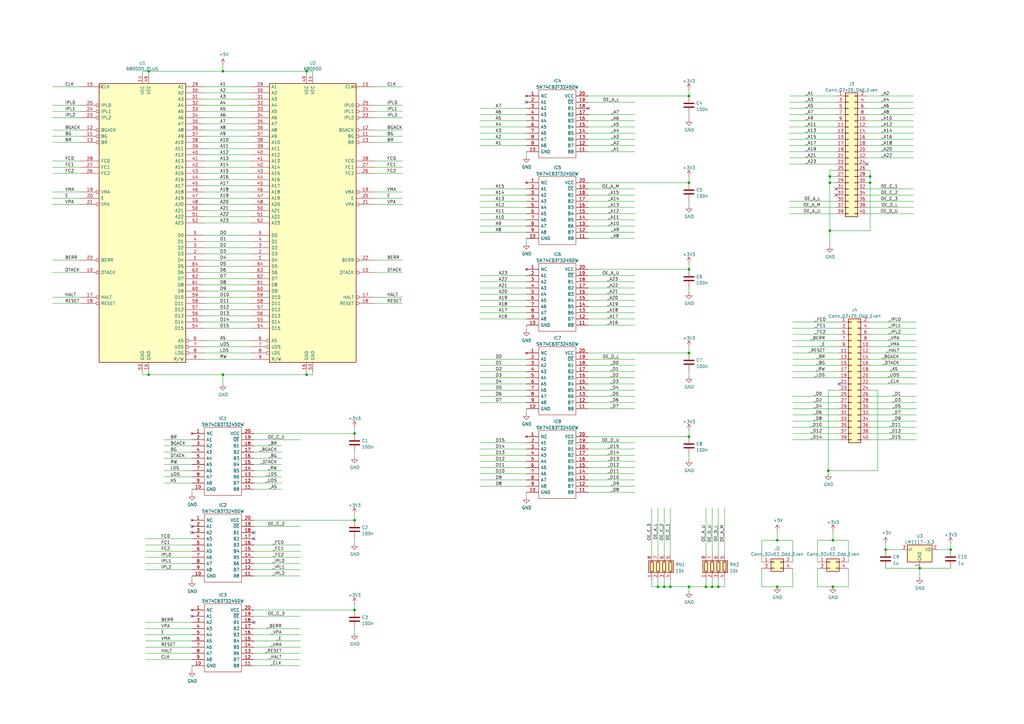
<source format=kicad_sch>
(kicad_sch (version 20211123) (generator eeschema)
  (paper "A3")
  (title_block (title "68K 3V3 breakout") (date "2023-10-26") (rev "1") (company "D Henderson"))
  (junction (at 91.44 29.21))
  (junction (at 340.36 74.93))
  (junction (at 294.64 240.665))
  (junction (at 318.77 221.615))
  (junction (at 282.575 39.37))
  (junction (at 377.19 233.045))
  (junction (at 282.575 240.665))
  (junction (at 125.73 29.21))
  (junction (at 60.96 153.67))
  (junction (at 289.56 240.665))
  (junction (at 389.89 225.425))
  (junction (at 145.415 177.8))
  (junction (at 341.63 221.615))
  (junction (at 340.36 72.39))
  (junction (at 274.955 240.665))
  (junction (at 282.575 74.93))
  (junction (at 282.575 144.78))
  (junction (at 91.44 153.67))
  (junction (at 339.725 193.04))
  (junction (at 341.63 240.665))
  (junction (at 356.87 72.39))
  (junction (at 272.415 240.665))
  (junction (at 145.415 213.36))
  (junction (at 292.1 240.665))
  (junction (at 340.36 94.615))
  (junction (at 145.415 250.19))
  (junction (at 282.575 179.07))
  (junction (at 269.875 240.665))
  (junction (at 60.96 29.21))
  (junction (at 282.575 110.49))
  (junction (at 125.73 153.67))
  (junction (at 363.22 225.425))
  (junction (at 356.87 74.93))
  (junction (at 318.77 240.665))
  (no_connect (at 78.74 215.9))
  (no_connect (at 104.14 255.27))
  (no_connect (at 78.74 252.73))
  (no_connect (at 104.14 218.44))
  (no_connect (at 342.9 80.01))
  (no_connect (at 355.6 67.31))
  (no_connect (at 342.9 77.47))
  (no_connect (at 78.74 218.44))
  (no_connect (at 104.14 220.98))
  (no_connect (at 215.9 41.91))
  (no_connect (at 241.3 44.45))
  (no_connect (at 344.17 157.48))
  (wire (pts (xy 282.575 240.665) (xy 282.575 242.57)))
  (wire (pts (xy 323.85 62.23) (xy 342.9 62.23)))
  (wire (pts (xy 260.35 59.69) (xy 241.3 59.69)))
  (wire (pts (xy 102.87 58.42) (xy 83.82 58.42)))
  (wire (pts (xy 260.35 54.61) (xy 241.3 54.61)))
  (wire (pts (xy 83.82 73.66) (xy 102.87 73.66)))
  (wire (pts (xy 165.1 81.28) (xy 153.67 81.28)))
  (wire (pts (xy 282.575 72.39) (xy 282.575 74.93)))
  (wire (pts (xy 241.3 46.99) (xy 260.35 46.99)))
  (wire (pts (xy 389.89 222.885) (xy 389.89 225.425)))
  (wire (pts (xy 83.82 127) (xy 102.87 127)))
  (wire (pts (xy 384.81 225.425) (xy 389.89 225.425)))
  (wire (pts (xy 215.9 196.85) (xy 196.85 196.85)))
  (wire (pts (xy 215.9 157.48) (xy 196.85 157.48)))
  (wire (pts (xy 374.65 39.37) (xy 355.6 39.37)))
  (wire (pts (xy 33.02 43.18) (xy 21.59 43.18)))
  (wire (pts (xy 215.9 44.45) (xy 196.85 44.45)))
  (wire (pts (xy 325.12 167.64) (xy 344.17 167.64)))
  (wire (pts (xy 339.725 160.02) (xy 344.17 160.02)))
  (wire (pts (xy 145.415 220.98) (xy 145.415 222.885)))
  (wire (pts (xy 165.1 83.82) (xy 153.67 83.82)))
  (wire (pts (xy 196.85 52.07) (xy 215.9 52.07)))
  (wire (pts (xy 355.6 62.23) (xy 374.65 62.23)))
  (wire (pts (xy 196.85 115.57) (xy 215.9 115.57)))
  (wire (pts (xy 260.35 49.53) (xy 241.3 49.53)))
  (wire (pts (xy 355.6 85.09) (xy 374.65 85.09)))
  (wire (pts (xy 102.87 144.78) (xy 83.82 144.78)))
  (wire (pts (xy 241.3 80.01) (xy 260.35 80.01)))
  (wire (pts (xy 260.35 130.81) (xy 241.3 130.81)))
  (wire (pts (xy 339.725 193.04) (xy 360.045 193.04)))
  (wire (pts (xy 33.02 106.68) (xy 21.59 106.68)))
  (wire (pts (xy 360.045 160.02) (xy 360.045 193.04)))
  (wire (pts (xy 241.3 123.19) (xy 260.35 123.19)))
  (wire (pts (xy 340.36 94.615) (xy 340.36 100.965)))
  (wire (pts (xy 375.92 149.86) (xy 356.87 149.86)))
  (wire (pts (xy 83.82 86.36) (xy 102.87 86.36)))
  (wire (pts (xy 115.57 193.04) (xy 104.14 193.04)))
  (wire (pts (xy 312.42 233.045) (xy 312.42 240.665)))
  (wire (pts (xy 375.92 167.64) (xy 356.87 167.64)))
  (wire (pts (xy 325.12 162.56) (xy 344.17 162.56)))
  (wire (pts (xy 125.73 29.21) (xy 125.73 30.48)))
  (wire (pts (xy 102.87 76.2) (xy 83.82 76.2)))
  (wire (pts (xy 325.12 172.72) (xy 344.17 172.72)))
  (wire (pts (xy 115.57 190.5) (xy 104.14 190.5)))
  (wire (pts (xy 196.85 160.02) (xy 215.9 160.02)))
  (wire (pts (xy 215.9 87.63) (xy 196.85 87.63)))
  (wire (pts (xy 102.87 35.56) (xy 83.82 35.56)))
  (wire (pts (xy 355.6 57.15) (xy 374.65 57.15)))
  (wire (pts (xy 165.1 106.68) (xy 153.67 106.68)))
  (wire (pts (xy 356.87 144.78) (xy 375.92 144.78)))
  (wire (pts (xy 78.74 226.06) (xy 59.69 226.06)))
  (wire (pts (xy 145.415 185.42) (xy 145.415 187.325)))
  (wire (pts (xy 274.955 240.665) (xy 282.575 240.665)))
  (wire (pts (xy 356.87 134.62) (xy 375.92 134.62)))
  (wire (pts (xy 272.415 227.33) (xy 272.415 208.28)))
  (wire (pts (xy 274.955 237.49) (xy 274.955 240.665)))
  (wire (pts (xy 260.35 167.64) (xy 241.3 167.64)))
  (wire (pts (xy 323.85 46.99) (xy 342.9 46.99)))
  (wire (pts (xy 356.87 69.85) (xy 356.87 72.39)))
  (wire (pts (xy 267.335 237.49) (xy 267.335 240.665)))
  (wire (pts (xy 59.69 257.81) (xy 78.74 257.81)))
  (wire (pts (xy 123.19 236.22) (xy 104.14 236.22)))
  (wire (pts (xy 323.85 87.63) (xy 342.9 87.63)))
  (wire (pts (xy 325.12 177.8) (xy 344.17 177.8)))
  (wire (pts (xy 260.35 87.63) (xy 241.3 87.63)))
  (wire (pts (xy 33.02 78.74) (xy 21.59 78.74)))
  (wire (pts (xy 33.02 124.46) (xy 21.59 124.46)))
  (wire (pts (xy 83.82 43.18) (xy 102.87 43.18)))
  (wire (pts (xy 356.87 162.56) (xy 375.92 162.56)))
  (wire (pts (xy 325.12 221.615) (xy 318.77 221.615)))
  (wire (pts (xy 125.73 153.67) (xy 128.27 153.67)))
  (wire (pts (xy 241.3 133.35) (xy 260.35 133.35)))
  (wire (pts (xy 355.6 82.55) (xy 374.65 82.55)))
  (wire (pts (xy 241.3 52.07) (xy 260.35 52.07)))
  (wire (pts (xy 83.82 121.92) (xy 102.87 121.92)))
  (wire (pts (xy 325.12 154.94) (xy 344.17 154.94)))
  (wire (pts (xy 355.6 69.85) (xy 356.87 69.85)))
  (wire (pts (xy 356.87 147.32) (xy 375.92 147.32)))
  (wire (pts (xy 102.87 88.9) (xy 83.82 88.9)))
  (wire (pts (xy 196.85 165.1) (xy 215.9 165.1)))
  (wire (pts (xy 241.3 57.15) (xy 260.35 57.15)))
  (wire (pts (xy 347.98 221.615) (xy 341.63 221.615)))
  (wire (pts (xy 33.02 58.42) (xy 21.59 58.42)))
  (wire (pts (xy 356.87 177.8) (xy 375.92 177.8)))
  (wire (pts (xy 377.19 233.045) (xy 389.89 233.045)))
  (wire (pts (xy 33.02 55.88) (xy 21.59 55.88)))
  (wire (pts (xy 59.69 233.68) (xy 78.74 233.68)))
  (wire (pts (xy 374.65 64.77) (xy 355.6 64.77)))
  (wire (pts (xy 215.9 118.11) (xy 196.85 118.11)))
  (wire (pts (xy 102.87 129.54) (xy 83.82 129.54)))
  (wire (pts (xy 356.87 94.615) (xy 340.36 94.615)))
  (wire (pts (xy 241.3 154.94) (xy 260.35 154.94)))
  (wire (pts (xy 60.96 152.4) (xy 60.96 153.67)))
  (wire (pts (xy 374.65 59.69) (xy 355.6 59.69)))
  (wire (pts (xy 196.85 152.4) (xy 215.9 152.4)))
  (wire (pts (xy 323.85 82.55) (xy 342.9 82.55)))
  (wire (pts (xy 59.69 267.97) (xy 78.74 267.97)))
  (wire (pts (xy 355.6 46.99) (xy 374.65 46.99)))
  (wire (pts (xy 165.1 48.26) (xy 153.67 48.26)))
  (wire (pts (xy 294.64 227.33) (xy 294.64 208.28)))
  (wire (pts (xy 123.19 226.06) (xy 104.14 226.06)))
  (wire (pts (xy 260.35 115.57) (xy 241.3 115.57)))
  (wire (pts (xy 260.35 125.73) (xy 241.3 125.73)))
  (wire (pts (xy 115.57 198.12) (xy 104.14 198.12)))
  (wire (pts (xy 241.3 144.78) (xy 282.575 144.78)))
  (wire (pts (xy 67.31 190.5) (xy 78.74 190.5)))
  (wire (pts (xy 241.3 149.86) (xy 260.35 149.86)))
  (wire (pts (xy 104.14 252.73) (xy 123.19 252.73)))
  (wire (pts (xy 241.3 189.23) (xy 260.35 189.23)))
  (wire (pts (xy 102.87 99.06) (xy 83.82 99.06)))
  (wire (pts (xy 340.36 72.39) (xy 340.36 74.93)))
  (wire (pts (xy 355.6 72.39) (xy 356.87 72.39)))
  (wire (pts (xy 241.3 199.39) (xy 260.35 199.39)))
  (wire (pts (xy 125.73 153.67) (xy 125.73 152.4)))
  (wire (pts (xy 312.42 230.505) (xy 312.42 221.615)))
  (wire (pts (xy 215.9 123.19) (xy 196.85 123.19)))
  (wire (pts (xy 102.87 63.5) (xy 83.82 63.5)))
  (wire (pts (xy 83.82 66.04) (xy 102.87 66.04)))
  (wire (pts (xy 241.3 184.15) (xy 260.35 184.15)))
  (wire (pts (xy 196.85 186.69) (xy 215.9 186.69)))
  (wire (pts (xy 165.1 55.88) (xy 153.67 55.88)))
  (wire (pts (xy 215.9 54.61) (xy 196.85 54.61)))
  (wire (pts (xy 215.9 201.93) (xy 215.9 203.835)))
  (wire (pts (xy 215.9 149.86) (xy 196.85 149.86)))
  (wire (pts (xy 374.65 49.53) (xy 355.6 49.53)))
  (wire (pts (xy 325.12 149.86) (xy 344.17 149.86)))
  (wire (pts (xy 33.02 71.12) (xy 21.59 71.12)))
  (wire (pts (xy 292.1 237.49) (xy 292.1 240.665)))
  (wire (pts (xy 282.575 142.24) (xy 282.575 144.78)))
  (wire (pts (xy 165.1 111.76) (xy 153.67 111.76)))
  (wire (pts (xy 59.69 220.98) (xy 78.74 220.98)))
  (wire (pts (xy 83.82 96.52) (xy 102.87 96.52)))
  (wire (pts (xy 274.955 227.33) (xy 274.955 208.28)))
  (wire (pts (xy 375.92 142.24) (xy 356.87 142.24)))
  (wire (pts (xy 267.335 240.665) (xy 269.875 240.665)))
  (wire (pts (xy 325.12 170.18) (xy 344.17 170.18)))
  (wire (pts (xy 123.19 260.35) (xy 104.14 260.35)))
  (wire (pts (xy 104.14 257.81) (xy 123.19 257.81)))
  (wire (pts (xy 289.56 240.665) (xy 292.1 240.665)))
  (wire (pts (xy 377.19 233.045) (xy 377.19 236.855)))
  (wire (pts (xy 355.6 52.07) (xy 374.65 52.07)))
  (wire (pts (xy 312.42 240.665) (xy 318.77 240.665)))
  (wire (pts (xy 83.82 60.96) (xy 102.87 60.96)))
  (wire (pts (xy 102.87 116.84) (xy 83.82 116.84)))
  (wire (pts (xy 363.22 222.885) (xy 363.22 225.425)))
  (wire (pts (xy 59.69 262.89) (xy 78.74 262.89)))
  (wire (pts (xy 196.85 59.69) (xy 215.9 59.69)))
  (wire (pts (xy 215.9 49.53) (xy 196.85 49.53)))
  (wire (pts (xy 241.3 118.11) (xy 260.35 118.11)))
  (wire (pts (xy 165.1 66.04) (xy 153.67 66.04)))
  (wire (pts (xy 83.82 114.3) (xy 102.87 114.3)))
  (wire (pts (xy 59.69 255.27) (xy 78.74 255.27)))
  (wire (pts (xy 282.575 82.55) (xy 282.575 84.455)))
  (wire (pts (xy 282.575 107.95) (xy 282.575 110.49)))
  (wire (pts (xy 104.14 228.6) (xy 123.19 228.6)))
  (wire (pts (xy 215.9 167.64) (xy 215.9 169.545)))
  (wire (pts (xy 260.35 201.93) (xy 241.3 201.93)))
  (wire (pts (xy 83.82 91.44) (xy 102.87 91.44)))
  (wire (pts (xy 60.96 153.67) (xy 91.44 153.67)))
  (wire (pts (xy 102.87 119.38) (xy 83.82 119.38)))
  (wire (pts (xy 289.56 227.33) (xy 289.56 208.28)))
  (wire (pts (xy 282.575 176.53) (xy 282.575 179.07)))
  (wire (pts (xy 215.9 82.55) (xy 196.85 82.55)))
  (wire (pts (xy 165.1 71.12) (xy 153.67 71.12)))
  (wire (pts (xy 241.3 194.31) (xy 260.35 194.31)))
  (wire (pts (xy 78.74 231.14) (xy 59.69 231.14)))
  (wire (pts (xy 104.14 270.51) (xy 123.19 270.51)))
  (wire (pts (xy 267.335 227.33) (xy 267.335 208.28)))
  (wire (pts (xy 260.35 82.55) (xy 241.3 82.55)))
  (wire (pts (xy 312.42 221.615) (xy 318.77 221.615)))
  (wire (pts (xy 215.9 181.61) (xy 196.85 181.61)))
  (wire (pts (xy 165.1 78.74) (xy 153.67 78.74)))
  (wire (pts (xy 355.6 80.01) (xy 374.65 80.01)))
  (wire (pts (xy 241.3 62.23) (xy 260.35 62.23)))
  (wire (pts (xy 344.17 147.32) (xy 325.12 147.32)))
  (wire (pts (xy 325.12 152.4) (xy 344.17 152.4)))
  (wire (pts (xy 59.69 260.35) (xy 78.74 260.35)))
  (wire (pts (xy 215.9 162.56) (xy 196.85 162.56)))
  (wire (pts (xy 196.85 128.27) (xy 215.9 128.27)))
  (wire (pts (xy 123.19 267.97) (xy 104.14 267.97)))
  (wire (pts (xy 260.35 92.71) (xy 241.3 92.71)))
  (wire (pts (xy 104.14 262.89) (xy 123.19 262.89)))
  (wire (pts (xy 33.02 66.04) (xy 21.59 66.04)))
  (wire (pts (xy 260.35 97.79) (xy 241.3 97.79)))
  (wire (pts (xy 282.575 46.99) (xy 282.575 48.895)))
  (wire (pts (xy 59.69 270.51) (xy 78.74 270.51)))
  (wire (pts (xy 67.31 185.42) (xy 78.74 185.42)))
  (wire (pts (xy 340.36 72.39) (xy 342.9 72.39)))
  (wire (pts (xy 165.1 58.42) (xy 153.67 58.42)))
  (wire (pts (xy 215.9 154.94) (xy 196.85 154.94)))
  (wire (pts (xy 335.28 240.665) (xy 341.63 240.665)))
  (wire (pts (xy 165.1 43.18) (xy 153.67 43.18)))
  (wire (pts (xy 59.69 265.43) (xy 78.74 265.43)))
  (wire (pts (xy 241.3 110.49) (xy 282.575 110.49)))
  (wire (pts (xy 325.12 240.665) (xy 318.77 240.665)))
  (wire (pts (xy 272.415 240.665) (xy 274.955 240.665)))
  (wire (pts (xy 323.85 41.91) (xy 342.9 41.91)))
  (wire (pts (xy 363.22 233.045) (xy 377.19 233.045)))
  (wire (pts (xy 83.82 78.74) (xy 102.87 78.74)))
  (wire (pts (xy 356.87 172.72) (xy 375.92 172.72)))
  (wire (pts (xy 356.87 154.94) (xy 375.92 154.94)))
  (wire (pts (xy 344.17 142.24) (xy 325.12 142.24)))
  (wire (pts (xy 115.57 185.42) (xy 104.14 185.42)))
  (wire (pts (xy 83.82 109.22) (xy 102.87 109.22)))
  (wire (pts (xy 115.57 200.66) (xy 104.14 200.66)))
  (wire (pts (xy 67.31 187.96) (xy 78.74 187.96)))
  (wire (pts (xy 215.9 189.23) (xy 196.85 189.23)))
  (wire (pts (xy 325.12 137.16) (xy 344.17 137.16)))
  (wire (pts (xy 347.98 240.665) (xy 341.63 240.665)))
  (wire (pts (xy 292.1 227.33) (xy 292.1 208.28)))
  (wire (pts (xy 342.9 49.53) (xy 323.85 49.53)))
  (wire (pts (xy 342.9 59.69) (xy 323.85 59.69)))
  (wire (pts (xy 165.1 35.56) (xy 153.67 35.56)))
  (wire (pts (xy 78.74 198.12) (xy 67.31 198.12)))
  (wire (pts (xy 67.31 195.58) (xy 78.74 195.58)))
  (wire (pts (xy 145.415 210.82) (xy 145.415 213.36)))
  (wire (pts (xy 260.35 191.77) (xy 241.3 191.77)))
  (wire (pts (xy 323.85 85.09) (xy 342.9 85.09)))
  (wire (pts (xy 215.9 62.23) (xy 215.9 64.135)))
  (wire (pts (xy 102.87 48.26) (xy 83.82 48.26)))
  (wire (pts (xy 83.82 55.88) (xy 102.87 55.88)))
  (wire (pts (xy 83.82 101.6) (xy 102.87 101.6)))
  (wire (pts (xy 165.1 68.58) (xy 153.67 68.58)))
  (wire (pts (xy 269.875 237.49) (xy 269.875 240.665)))
  (wire (pts (xy 33.02 45.72) (xy 21.59 45.72)))
  (wire (pts (xy 104.14 223.52) (xy 123.19 223.52)))
  (wire (pts (xy 325.12 165.1) (xy 344.17 165.1)))
  (wire (pts (xy 102.87 147.32) (xy 83.82 147.32)))
  (wire (pts (xy 58.42 153.67) (xy 60.96 153.67)))
  (wire (pts (xy 325.12 233.045) (xy 325.12 240.665)))
  (wire (pts (xy 91.44 153.67) (xy 125.73 153.67)))
  (wire (pts (xy 347.98 233.045) (xy 347.98 240.665)))
  (wire (pts (xy 104.14 213.36) (xy 145.415 213.36)))
  (wire (pts (xy 196.85 85.09) (xy 215.9 85.09)))
  (wire (pts (xy 325.12 144.78) (xy 344.17 144.78)))
  (wire (pts (xy 115.57 182.88) (xy 104.14 182.88)))
  (wire (pts (xy 342.9 69.85) (xy 340.36 69.85)))
  (wire (pts (xy 104.14 215.9) (xy 123.19 215.9)))
  (wire (pts (xy 344.17 139.7) (xy 325.12 139.7)))
  (wire (pts (xy 294.64 237.49) (xy 294.64 240.665)))
  (wire (pts (xy 269.875 240.665) (xy 272.415 240.665)))
  (wire (pts (xy 83.82 50.8) (xy 102.87 50.8)))
  (wire (pts (xy 33.02 35.56) (xy 21.59 35.56)))
  (wire (pts (xy 241.3 181.61) (xy 260.35 181.61)))
  (wire (pts (xy 102.87 71.12) (xy 83.82 71.12)))
  (wire (pts (xy 145.415 247.65) (xy 145.415 250.19)))
  (wire (pts (xy 33.02 111.76) (xy 21.59 111.76)))
  (wire (pts (xy 83.82 142.24) (xy 102.87 142.24)))
  (wire (pts (xy 323.85 67.31) (xy 342.9 67.31)))
  (wire (pts (xy 165.1 45.72) (xy 153.67 45.72)))
  (wire (pts (xy 347.98 230.505) (xy 347.98 221.615)))
  (wire (pts (xy 196.85 95.25) (xy 215.9 95.25)))
  (wire (pts (xy 102.87 124.46) (xy 83.82 124.46)))
  (wire (pts (xy 297.18 240.665) (xy 297.18 237.49)))
  (wire (pts (xy 78.74 228.6) (xy 59.69 228.6)))
  (wire (pts (xy 260.35 186.69) (xy 241.3 186.69)))
  (wire (pts (xy 102.87 53.34) (xy 83.82 53.34)))
  (wire (pts (xy 33.02 81.28) (xy 21.59 81.28)))
  (wire (pts (xy 356.87 170.18) (xy 375.92 170.18)))
  (wire (pts (xy 342.9 54.61) (xy 323.85 54.61)))
  (wire (pts (xy 241.3 165.1) (xy 260.35 165.1)))
  (wire (pts (xy 165.1 124.46) (xy 153.67 124.46)))
  (wire (pts (xy 282.575 152.4) (xy 282.575 154.305)))
  (wire (pts (xy 272.415 237.49) (xy 272.415 240.665)))
  (wire (pts (xy 196.85 147.32) (xy 215.9 147.32)))
  (wire (pts (xy 102.87 106.68) (xy 83.82 106.68)))
  (wire (pts (xy 33.02 68.58) (xy 21.59 68.58)))
  (wire (pts (xy 282.575 36.83) (xy 282.575 39.37)))
  (wire (pts (xy 102.87 104.14) (xy 83.82 104.14)))
  (wire (pts (xy 102.87 111.76) (xy 83.82 111.76)))
  (wire (pts (xy 33.02 53.34) (xy 21.59 53.34)))
  (wire (pts (xy 33.02 83.82) (xy 21.59 83.82)))
  (wire (pts (xy 59.69 223.52) (xy 78.74 223.52)))
  (wire (pts (xy 241.3 77.47) (xy 260.35 77.47)))
  (wire (pts (xy 260.35 157.48) (xy 241.3 157.48)))
  (wire (pts (xy 318.77 221.615) (xy 318.77 217.805)))
  (wire (pts (xy 335.28 233.045) (xy 335.28 240.665)))
  (wire (pts (xy 67.31 182.88) (xy 78.74 182.88)))
  (wire (pts (xy 102.87 139.7) (xy 83.82 139.7)))
  (wire (pts (xy 241.3 41.91) (xy 260.35 41.91)))
  (wire (pts (xy 344.17 134.62) (xy 325.12 134.62)))
  (wire (pts (xy 102.87 68.58) (xy 83.82 68.58)))
  (wire (pts (xy 369.57 225.425) (xy 363.22 225.425)))
  (wire (pts (xy 341.63 221.615) (xy 341.63 217.805)))
  (wire (pts (xy 102.87 132.08) (xy 83.82 132.08)))
  (wire (pts (xy 67.31 193.04) (xy 78.74 193.04)))
  (wire (pts (xy 115.57 195.58) (xy 104.14 195.58)))
  (wire (pts (xy 33.02 121.92) (xy 21.59 121.92)))
  (wire (pts (xy 292.1 240.665) (xy 294.64 240.665)))
  (wire (pts (xy 196.85 120.65) (xy 215.9 120.65)))
  (wire (pts (xy 196.85 199.39) (xy 215.9 199.39)))
  (wire (pts (xy 340.36 74.93) (xy 342.9 74.93)))
  (wire (pts (xy 355.6 41.91) (xy 374.65 41.91)))
  (wire (pts (xy 60.96 29.21) (xy 60.96 30.48)))
  (wire (pts (xy 260.35 196.85) (xy 241.3 196.85)))
  (wire (pts (xy 294.64 240.665) (xy 297.18 240.665)))
  (wire (pts (xy 241.3 179.07) (xy 282.575 179.07)))
  (wire (pts (xy 325.12 180.34) (xy 344.17 180.34)))
  (wire (pts (xy 145.415 175.26) (xy 145.415 177.8)))
  (wire (pts (xy 375.92 157.48) (xy 356.87 157.48)))
  (wire (pts (xy 215.9 194.31) (xy 196.85 194.31)))
  (wire (pts (xy 215.9 133.35) (xy 215.9 135.255)))
  (wire (pts (xy 215.9 57.15) (xy 196.85 57.15)))
  (wire (pts (xy 102.87 81.28) (xy 83.82 81.28)))
  (wire (pts (xy 196.85 92.71) (xy 215.9 92.71)))
  (wire (pts (xy 125.73 29.21) (xy 128.27 29.21)))
  (wire (pts (xy 215.9 90.17) (xy 196.85 90.17)))
  (wire (pts (xy 355.6 87.63) (xy 374.65 87.63)))
  (wire (pts (xy 260.35 120.65) (xy 241.3 120.65)))
  (wire (pts (xy 340.36 74.93) (xy 340.36 94.615)))
  (wire (pts (xy 335.28 230.505) (xy 335.28 221.615)))
  (wire (pts (xy 241.3 113.03) (xy 260.35 113.03)))
  (wire (pts (xy 356.87 132.08) (xy 375.92 132.08)))
  (wire (pts (xy 104.14 273.05) (xy 123.19 273.05)))
  (wire (pts (xy 241.3 160.02) (xy 260.35 160.02)))
  (wire (pts (xy 356.87 139.7) (xy 375.92 139.7)))
  (wire (pts (xy 83.82 134.62) (xy 102.87 134.62)))
  (wire (pts (xy 78.74 200.66) (xy 78.74 202.565)))
  (wire (pts (xy 58.42 29.21) (xy 58.42 30.48)))
  (wire (pts (xy 269.875 227.33) (xy 269.875 208.28)))
  (wire (pts (xy 196.85 46.99) (xy 215.9 46.99)))
  (wire (pts (xy 356.87 72.39) (xy 356.87 74.93)))
  (wire (pts (xy 297.18 227.33) (xy 297.18 208.28)))
  (wire (pts (xy 78.74 273.05) (xy 78.74 274.955)))
  (wire (pts (xy 58.42 29.21) (xy 60.96 29.21)))
  (wire (pts (xy 33.02 48.26) (xy 21.59 48.26)))
  (wire (pts (xy 375.92 175.26) (xy 356.87 175.26)))
  (wire (pts (xy 91.44 153.67) (xy 91.44 157.48)))
  (wire (pts (xy 342.9 44.45) (xy 323.85 44.45)))
  (wire (pts (xy 241.3 39.37) (xy 282.575 39.37)))
  (wire (pts (xy 323.85 57.15) (xy 342.9 57.15)))
  (wire (pts (xy 325.12 132.08) (xy 344.17 132.08)))
  (wire (pts (xy 128.27 153.67) (xy 128.27 152.4)))
  (wire (pts (xy 215.9 125.73) (xy 196.85 125.73)))
  (wire (pts (xy 104.14 177.8) (xy 145.415 177.8)))
  (wire (pts (xy 104.14 233.68) (xy 123.19 233.68)))
  (wire (pts (xy 355.6 77.47) (xy 374.65 77.47)))
  (wire (pts (xy 165.1 53.34) (xy 153.67 53.34)))
  (wire (pts (xy 323.85 52.07) (xy 342.9 52.07)))
  (wire (pts (xy 241.3 95.25) (xy 260.35 95.25)))
  (wire (pts (xy 375.92 137.16) (xy 356.87 137.16)))
  (wire (pts (xy 325.12 230.505) (xy 325.12 221.615)))
  (wire (pts (xy 342.9 64.77) (xy 323.85 64.77)))
  (wire (pts (xy 282.575 240.665) (xy 289.56 240.665)))
  (wire (pts (xy 241.3 85.09) (xy 260.35 85.09)))
  (wire (pts (xy 260.35 152.4) (xy 241.3 152.4)))
  (wire (pts (xy 374.65 54.61) (xy 355.6 54.61)))
  (wire (pts (xy 215.9 77.47) (xy 196.85 77.47)))
  (wire (pts (xy 58.42 153.67) (xy 58.42 152.4)))
  (wire (pts (xy 356.87 160.02) (xy 360.045 160.02)))
  (wire (pts (xy 104.14 231.14) (xy 123.19 231.14)))
  (wire (pts (xy 215.9 97.79) (xy 215.9 99.695)))
  (wire (pts (xy 344.17 175.26) (xy 325.12 175.26)))
  (wire (pts (xy 282.575 186.69) (xy 282.575 188.595)))
  (wire (pts (xy 104.14 250.19) (xy 145.415 250.19)))
  (wire (pts (xy 356.87 74.93) (xy 356.87 94.615)))
  (wire (pts (xy 196.85 191.77) (xy 215.9 191.77)))
  (wire (pts (xy 356.87 180.34) (xy 375.92 180.34)))
  (wire (pts (xy 355.6 74.93) (xy 356.87 74.93)))
  (wire (pts (xy 102.87 40.64) (xy 83.82 40.64)))
  (wire (pts (xy 104.14 265.43) (xy 123.19 265.43)))
  (wire (pts (xy 78.74 236.22) (xy 78.74 238.125)))
  (wire (pts (xy 128.27 29.21) (xy 128.27 30.48)))
  (wire (pts (xy 165.1 121.92) (xy 153.67 121.92)))
  (wire (pts (xy 241.3 128.27) (xy 260.35 128.27)))
  (wire (pts (xy 196.85 130.81) (xy 215.9 130.81)))
  (wire (pts (xy 342.9 39.37) (xy 323.85 39.37)))
  (wire (pts (xy 145.415 257.81) (xy 145.415 259.715)))
  (wire (pts (xy 91.44 29.21) (xy 91.44 26.67)))
  (wire (pts (xy 241.3 147.32) (xy 260.35 147.32)))
  (wire (pts (xy 115.57 187.96) (xy 104.14 187.96)))
  (wire (pts (xy 289.56 237.49) (xy 289.56 240.665)))
  (wire (pts (xy 102.87 83.82) (xy 83.82 83.82)))
  (wire (pts (xy 67.31 180.34) (xy 78.74 180.34)))
  (wire (pts (xy 374.65 44.45) (xy 355.6 44.45)))
  (wire (pts (xy 282.575 118.11) (xy 282.575 120.015)))
  (wire (pts (xy 196.85 80.01) (xy 215.9 80.01)))
  (wire (pts (xy 356.87 152.4) (xy 375.92 152.4)))
  (wire (pts (xy 241.3 90.17) (xy 260.35 90.17)))
  (wire (pts (xy 215.9 113.03) (xy 196.85 113.03)))
  (wire (pts (xy 241.3 74.93) (xy 282.575 74.93)))
  (wire (pts (xy 83.82 38.1) (xy 102.87 38.1)))
  (wire (pts (xy 104.14 180.34) (xy 123.19 180.34)))
  (wire (pts (xy 60.96 29.21) (xy 91.44 29.21)))
  (wire (pts (xy 335.28 221.615) (xy 341.63 221.615)))
  (wire (pts (xy 260.35 162.56) (xy 241.3 162.56)))
  (wire (pts (xy 102.87 45.72) (xy 83.82 45.72)))
  (wire (pts (xy 339.725 160.02) (xy 339.725 193.04)))
  (wire (pts (xy 91.44 29.21) (xy 125.73 29.21)))
  (wire (pts (xy 215.9 184.15) (xy 196.85 184.15)))
  (wire (pts (xy 356.87 165.1) (xy 375.92 165.1)))
  (wire (pts (xy 340.36 69.85) (xy 340.36 72.39)))
  (wire (pts (xy 339.725 194.31) (xy 339.725 193.04)))
  (label "_A9" (at 254 95.25 180))
  (label "_BGACK" (at 113.665 185.42 180))
  (label "VPA" (at 158.75 83.82 0))
  (label "D3" (at 203.2 154.94 0))
  (label "_VMA" (at 368.935 142.24 180))
  (label "D8" (at 90.17 116.84 0))
  (label "D3" (at 90.17 104.14 0))
  (label "A1" (at 90.17 35.56 0))
  (label "D13" (at 203.2 186.69 0))
  (label "A5" (at 90.17 45.72 0))
  (label "OE_A_L" (at 336.55 82.55 180))
  (label "OE_C_2" (at 272.415 214.63 270))
  (label "VPA" (at 26.67 83.82 0))
  (label "_D2" (at 250.19 154.94 0))
  (label "_A23" (at 248.92 115.57 0))
  (label "_UDS" (at 368.935 154.94 180))
  (label "HALT" (at 66.04 267.97 0))
  (label "UDS" (at 69.85 195.58 0))
  (label "_BG" (at 113.665 187.96 180))
  (label "FC2" (at 66.04 226.06 0))
  (label "_A22" (at 361.315 64.77 0))
  (label "_A22" (at 248.92 118.11 0))
  (label "_E" (at 338.455 142.24 180))
  (label "IPL0" (at 26.67 43.18 0))
  (label "RW" (at 90.17 147.32 0))
  (label "A19" (at 90.17 81.28 0))
  (label "AS" (at 69.85 198.12 0))
  (label "_A16" (at 248.92 133.35 0))
  (label "_VPA" (at 368.935 139.7 180))
  (label "_FC1" (at 111.76 226.06 0))
  (label "_DTACK" (at 113.665 190.5 180))
  (label "D4" (at 90.17 106.68 0))
  (label "AS" (at 90.17 139.7 0))
  (label "_BERR" (at 115.57 257.81 180))
  (label "OE_C_1" (at 368.3 77.47 180))
  (label "_A1" (at 254 62.23 180))
  (label "A14" (at 90.17 68.58 0))
  (label "_AS" (at 113.665 200.66 180))
  (label "OE_A_M" (at 336.55 85.09 180))
  (label "_D14" (at 254 186.69 180))
  (label "_IPL0" (at 116.84 231.14 180))
  (label "FC0" (at 26.67 66.04 0))
  (label "_D5" (at 369.57 167.64 180))
  (label "OE_C_2" (at 368.3 80.01 180))
  (label "FC0" (at 66.04 220.98 0))
  (label "A10" (at 90.17 58.42 0))
  (label "_HALT" (at 115.57 270.51 180))
  (label "_VPA" (at 115.57 260.35 180))
  (label "A13" (at 203.2 82.55 0))
  (label "_LDS" (at 338.455 154.94 180))
  (label "_A17" (at 330.2 59.69 0))
  (label "OE_A_L" (at 269.875 214.63 270))
  (label "BGACK" (at 69.85 182.88 0))
  (label "_A6" (at 361.315 44.45 0))
  (label "_IPL1" (at 369.57 134.62 180))
  (label "_A21" (at 330.2 64.77 0))
  (label "_D7" (at 250.19 167.64 0))
  (label "IPL1" (at 26.67 45.72 0))
  (label "BERR" (at 158.75 106.68 0))
  (label "D4" (at 203.2 157.48 0))
  (label "A22" (at 204.47 115.57 0))
  (label "OE_D_U" (at 292.1 215.265 270))
  (label "_D11" (at 369.57 175.26 180))
  (label "D0" (at 203.2 147.32 0))
  (label "A11" (at 90.17 60.96 0))
  (label "DTACK" (at 158.75 111.76 0))
  (label "A8" (at 203.2 95.25 0))
  (label "_E" (at 115.57 262.89 180))
  (label "A14" (at 203.2 80.01 0))
  (label "D12" (at 90.17 127 0))
  (label "OE_C_1" (at 116.84 180.34 180))
  (label "A15" (at 203.2 77.47 0))
  (label "BR" (at 26.67 58.42 0))
  (label "A22" (at 90.17 88.9 0))
  (label "_D3" (at 369.57 165.1 180))
  (label "_A6" (at 254 49.53 180))
  (label "OE_A_U" (at 254 113.03 180))
  (label "_A19" (at 330.2 62.23 0))
  (label "_BERR" (at 338.455 139.7 180))
  (label "_BGACK" (at 368.935 147.32 180))
  (label "_HALT" (at 368.935 144.78 180))
  (label "D2" (at 203.2 152.4 0))
  (label "A17" (at 90.17 76.2 0))
  (label "IPL2" (at 158.75 48.26 0))
  (label "_A19" (at 248.92 125.73 0))
  (label "DTACK" (at 69.85 187.96 0))
  (label "_A20" (at 248.92 123.19 0))
  (label "D10" (at 203.2 194.31 0))
  (label "OE_C_2" (at 116.84 215.9 180))
  (label "D5" (at 90.17 109.22 0))
  (label "IPL1" (at 66.04 231.14 0))
  (label "LDS" (at 90.17 144.78 0))
  (label "D11" (at 203.2 191.77 0))
  (label "_CLK" (at 115.57 273.05 180))
  (label "FC1" (at 158.75 68.58 0))
  (label "_A2" (at 254 59.69 180))
  (label "_D8" (at 254 201.93 180))
  (label "_A2" (at 361.315 39.37 0))
  (label "_A17" (at 248.92 130.81 0))
  (label "_A13" (at 254 85.09 180))
  (label "D10" (at 90.17 121.92 0))
  (label "BR" (at 69.85 180.34 0))
  (label "IPL2" (at 26.67 48.26 0))
  (label "A4" (at 90.17 43.18 0))
  (label "_AS" (at 368.3 152.4 180))
  (label "BERR" (at 26.67 106.68 0))
  (label "A7" (at 90.17 50.8 0))
  (label "_D9" (at 254 199.39 180))
  (label "_IPL1" (at 116.84 233.68 180))
  (label "_D0" (at 337.185 162.56 180))
  (label "_A15" (at 254 80.01 180))
  (label "_A5" (at 330.2 44.45 0))
  (label "_CLK" (at 368.935 157.48 180))
  (label "OE_D_L" (at 294.64 215.265 270))
  (label "_A3" (at 254 57.15 180))
  (label "_A12" (at 361.315 52.07 0))
  (label "A18" (at 204.47 125.73 0))
  (label "VMA" (at 66.04 262.89 0))
  (label "D0" (at 90.17 96.52 0))
  (label "IPL0" (at 66.04 228.6 0))
  (label "BGACK" (at 158.75 53.34 0))
  (label "_D2" (at 337.185 165.1 180))
  (label "OE_A_M" (at 254 77.47 180))
  (label "_A8" (at 254 97.79 180))
  (label "E" (at 158.75 81.28 0))
  (label "A18" (at 90.17 78.74 0))
  (label "A1" (at 203.2 59.69 0))
  (label "_A11" (at 254 90.17 180))
  (label "_A7" (at 254 46.99 180))
  (label "DTACK" (at 26.67 111.76 0))
  (label "_D13" (at 369.57 177.8 180))
  (label "_IPL2" (at 116.84 236.22 180))
  (label "A7" (at 203.2 44.45 0))
  (label "BG" (at 69.85 185.42 0))
  (label "VPA" (at 66.04 257.81 0))
  (label "D8" (at 203.2 199.39 0))
  (label "D15" (at 90.17 134.62 0))
  (label "_FC2" (at 111.76 228.6 0))
  (label "_A7" (at 330.2 46.99 0))
  (label "_A21" (at 248.92 120.65 0))
  (label "OE_C_1" (at 274.955 214.63 270))
  (label "_FC1" (at 334.01 134.62 0))
  (label "_IPL2" (at 369.57 137.16 180))
  (label "FC0" (at 158.75 66.04 0))
  (label "_D8" (at 337.185 172.72 180))
  (label "_A12" (at 254 87.63 180))
  (label "RW" (at 69.85 190.5 0))
  (label "A16" (at 90.17 73.66 0))
  (label "HALT" (at 26.67 121.92 0))
  (label "BERR" (at 66.04 255.27 0))
  (label "A5" (at 203.2 49.53 0))
  (label "D1" (at 90.17 99.06 0))
  (label "A4" (at 203.2 52.07 0))
  (label "D13" (at 90.17 129.54 0))
  (label "CLK" (at 26.67 35.56 0))
  (label "A21" (at 204.47 118.11 0))
  (label "A13" (at 90.17 66.04 0))
  (label "OE_C_3" (at 267.335 214.63 270))
  (label "_RESET" (at 115.57 267.97 180))
  (label "RESET" (at 66.04 265.43 0))
  (label "VMA" (at 158.75 78.74 0))
  (label "IPL2" (at 66.04 233.68 0))
  (label "_FC0" (at 111.76 223.52 0))
  (label "FC2" (at 26.67 71.12 0))
  (label "A2" (at 90.17 38.1 0))
  (label "FC2" (at 158.75 71.12 0))
  (label "D2" (at 90.17 101.6 0))
  (label "_BG" (at 338.455 149.86 180))
  (label "_A1" (at 330.2 39.37 0))
  (label "A8" (at 90.17 53.34 0))
  (label "_A16" (at 361.315 57.15 0))
  (label "A3" (at 90.17 40.64 0))
  (label "OE_C_3" (at 116.84 252.73 180))
  (label "_RW" (at 338.455 152.4 180))
  (label "VMA" (at 26.67 78.74 0))
  (label "_D4" (at 337.185 167.64 180))
  (label "_D10" (at 337.185 175.26 180))
  (label "A23" (at 90.17 91.44 0))
  (label "_D3" (at 250.19 157.48 0))
  (label "D5" (at 203.2 160.02 0))
  (label "_BR" (at 338.455 147.32 180))
  (label "D7" (at 90.17 114.3 0))
  (label "_D10" (at 254 196.85 180))
  (label "_D14" (at 337.185 180.34 180))
  (label "_A9" (at 330.2 49.53 0))
  (label "_D13" (at 254 189.23 180))
  (label "_A13" (at 330.2 54.61 0))
  (label "OE_A_M" (at 297.18 215.265 270))
  (label "_D6" (at 250.19 165.1 0))
  (label "A2" (at 203.2 57.15 0))
  (label "D7" (at 203.2 165.1 0))
  (label "_D1" (at 250.19 152.4 0))
  (label "D11" (at 90.17 124.46 0))
  (label "A20" (at 90.17 83.82 0))
  (label "A10" (at 203.2 90.17 0))
  (label "CLK" (at 66.04 270.51 0))
  (label "BG" (at 26.67 55.88 0))
  (label "_A4" (at 254 54.61 180))
  (label "D14" (at 203.2 184.15 0))
  (label "_LDS" (at 113.665 195.58 180))
  (label "_A8" (at 361.315 46.99 0))
  (label "_A11" (at 330.2 52.07 0))
  (label "OE_D_U" (at 368.3 87.63 180))
  (label "D14" (at 90.17 132.08 0))
  (label "RESET" (at 158.75 124.46 0))
  (label "OE_A_L" (at 254 41.91 180))
  (label "_D0" (at 250.19 149.86 0))
  (label "A19" (at 204.47 123.19 0))
  (label "D6" (at 90.17 111.76 0))
  (label "_D6" (at 337.185 170.18 180))
  (label "OE_C_3" (at 368.3 82.55 180))
  (label "A17" (at 204.47 128.27 0))
  (label "_D12" (at 254 191.77 180))
  (label "D1" (at 203.2 149.86 0))
  (label "_A18" (at 248.92 128.27 0))
  (label "A3" (at 203.2 54.61 0))
  (label "_RW" (at 113.665 193.04 180))
  (label "_D15" (at 254 184.15 180))
  (label "A12" (at 90.17 63.5 0))
  (label "A15" (at 90.17 71.12 0))
  (label "_A10" (at 254 92.71 180))
  (label "_A4" (at 361.315 41.91 0))
  (label "_D11" (at 254 194.31 180))
  (label "BR" (at 158.75 58.42 0))
  (label "_A5" (at 254 52.07 180))
  (label "BGACK" (at 26.67 53.34 0))
  (label "BG" (at 158.75 55.88 0))
  (label "LDS" (at 69.85 193.04 0))
  (label "_D5" (at 250.19 162.56 0))
  (label "_A18" (at 361.315 59.69 0))
  (label "_A3" (at 330.2 41.91 0))
  (label "_A14" (at 254 82.55 180))
  (label "D12" (at 203.2 189.23 0))
  (label "_A10" (at 361.315 49.53 0))
  (label "_D12" (at 337.185 177.8 180))
  (label "_D15" (at 369.57 180.34 180))
  (label "_D9" (at 369.57 172.72 180))
  (label "_FC0" (at 334.01 132.08 0))
  (label "OE_D_L" (at 254 147.32 180))
  (label "_RESET" (at 338.455 144.78 180))
  (label "_D1" (at 369.57 162.56 180))
  (label "A9" (at 203.2 92.71 0))
  (label "D9" (at 90.17 119.38 0))
  (label "OE_A_U" (at 336.55 87.63 180))
  (label "CLK" (at 158.75 35.56 0))
  (label "HALT" (at 158.75 121.92 0))
  (label "_A14" (at 361.315 54.61 0))
  (label "A21" (at 90.17 86.36 0))
  (label "_A15" (at 330.2 57.15 0))
  (label "IPL0" (at 158.75 43.18 0))
  (label "_DTACK" (at 368.935 149.86 180))
  (label "_UDS" (at 113.665 198.12 180))
  (label "A6" (at 90.17 48.26 0))
  (label "RESET" (at 26.67 124.46 0))
  (label "D9" (at 203.2 196.85 0))
  (label "OE_A_U" (at 289.56 215.265 270))
  (label "_VMA" (at 115.57 265.43 180))
  (label "_BR" (at 113.665 182.88 180))
  (label "A6" (at 203.2 46.99 0))
  (label "_A20" (at 361.315 62.23 0))
  (label "A16" (at 204.47 130.81 0))
  (label "A11" (at 203.2 87.63 0))
  (label "OE_D_L" (at 368.3 85.09 180))
  (label "E" (at 26.67 81.28 0))
  (label "E" (at 66.04 260.35 0))
  (label "FC1" (at 66.04 223.52 0))
  (label "UDS" (at 90.17 142.24 0))
  (label "A9" (at 90.17 55.88 0))
  (label "A12" (at 203.2 85.09 0))
  (label "FC1" (at 26.67 68.58 0))
  (label "_A23" (at 330.2 67.31 0))
  (label "D15" (at 203.2 181.61 0))
  (label "D6" (at 203.2 162.56 0))
  (label "OE_D_U" (at 254 181.61 180))
  (label "_D7" (at 369.57 170.18 180))
  (label "IPL1" (at 158.75 45.72 0))
  (label "A20" (at 204.47 120.65 0))
  (label "A23" (at 204.47 113.03 0))
  (label "_IPL0" (at 369.57 132.08 180))
  (label "_FC2" (at 334.01 137.16 0))
  (label "_D4" (at 250.19 160.02 0))
  (symbol (lib_id "68000d_plug:68000D_PLUG") (at 58.42 91.44 0) (unit 1)
    (property "Reference" "U1" (at 58.42 25.8826 0))
    (property "Value" "68000D_PLUG" (at 58.42 28.194 0))
    (property "Footprint" "Package_DIP:DIP-64_W22.86mm_LongPads" (effects hide))
  )
  (symbol (lib_id "CPU_NXP_68000:68000D") (at 128.27 91.44 0) (mirror y) (unit 1)
    (property "Reference" "U2" (at 128.27 25.8826 0))
    (property "Value" "68000D" (at 128.27 28.194 0))
    (property "Footprint" "Package_DIP:DIP-64_W22.86mm_Socket_LongPads" (effects hide))
    (property "Datasheet" "https://www.nxp.com/docs/en/reference-manual/MC68000UM.pdf" (effects hide))
  )
  (symbol (lib_id "power:GND") (at 91.44 157.48 0) (unit 1)
    (property "Reference" "#PWR0101" (effects hide))
    (property "Value" "GND" (at 91.567 161.8742 0))
  )
  (symbol (lib_id "power:+5V") (at 91.44 26.67 0) (unit 1)
    (property "Reference" "#PWR0102" (effects hide))
    (property "Value" "+5V" (at 91.821 22.2758 0))
  )
  (symbol (lib_id "power:GND") (at 318.77 240.665 0) (unit 1)
    (property "Reference" "#PWR0103" (effects hide))
    (property "Value" "GND" (at 318.897 245.0592 0))
  )
  (symbol (lib_id "power:+5V") (at 318.77 217.805 0) (unit 1)
    (property "Reference" "#PWR0104" (effects hide))
    (property "Value" "+5V" (at 319.151 213.4108 0))
  )
  (symbol (lib_id "Connector_Generic:Conn_02x02_Odd_Even") (at 317.5 230.505 0) (unit 1)
    (property "Reference" "J2" (at 318.77 224.9932 0))
    (property "Value" "Conn_02x02_Odd_Even" (at 318.77 227.3046 0))
    (property "Footprint" "Connector_PinHeader_2.54mm:PinHeader_2x02_P2.54mm_Vertical" (effects hide))
  )
  (symbol (lib_id "Device:C") (at 145.415 181.61 0) (unit 1)
    (property "Reference" "C1" (at 148.336 180.7753 0) (effects (justify left)))
    (property "Value" "100n" (at 148.336 183.3122 0) (effects (justify left)))
    (property "Footprint" "Capacitor_SMD:C_0805_2012Metric_Pad1.18x1.45mm_HandSolder" (effects hide))
  )
  (symbol (lib_id "power:GND") (at 215.9 99.695 0) (unit 1)
    (property "Reference" "#PWR011" (effects hide))
    (property "Value" "GND" (at 216.027 104.0892 0))
  )
  (symbol (lib_id "SN74CB3T3245DW:SN74CB3T3245DW") (at 78.74 250.19 0) (unit 1)
    (property "Reference" "IC3" (at 91.44 244.001 0))
    (property "Value" "SN74CB3T3245DW" (at 91.44 246.5379 0))
    (property "Footprint" "Package_SO:TSSOP-20_4.4x6.5mm_P0.65mm" (effects hide))
    (property "Datasheet" "http://www.ti.com/lit/ds/symlink/sn74cb3t3245.pdf" (effects hide))
    (property "Description" "Texas Instruments SN74CB3T3245DW, Bus Switch, 8 x 1:1, 2.3  3.6 V, 20-Pin SOIC" (effects hide))
    (property "Height" "2.65" (effects hide))
    (property "Manufacturer_Name" "Texas Instruments" (effects hide))
    (property "Manufacturer_Part_Number" "SN74CB3T3245DW" (effects hide))
    (property "Arrow Part Number" "SN74CB3T3245DW" (effects hide))
    (property "Arrow Price/Stock" "https://www.arrow.com/en/products/sn74cb3t3245dw/texas-instruments" (effects hide))
    (property "Mouser Part Number" "595-SN74CB3T3245DW" (effects hide))
    (property "Mouser Price/Stock" "https://www.mouser.co.uk/ProductDetail/Texas-Instruments/SN74CB3T3245DW?qs=mE33ZKBHyE6dc7ntkB%252BA%252Bw%3D%3D" (effects hide))
  )
  (symbol (lib_id "power:GND") (at 282.575 84.455 0) (unit 1)
    (property "Reference" "#PWR018" (effects hide))
    (property "Value" "GND" (at 282.702 88.8492 0))
  )
  (symbol (lib_id "Device:C") (at 145.415 254 0) (unit 1)
    (property "Reference" "C3" (at 148.336 253.1653 0) (effects (justify left)))
    (property "Value" "100n" (at 148.336 255.7022 0) (effects (justify left)))
    (property "Footprint" "Capacitor_SMD:C_0805_2012Metric_Pad1.18x1.45mm_HandSolder" (effects hide))
  )
  (symbol (lib_id "power:GND") (at 215.9 169.545 0) (unit 1)
    (property "Reference" "#PWR013" (effects hide))
    (property "Value" "GND" (at 216.027 173.9392 0))
  )
  (symbol (lib_id "power:GND") (at 145.415 222.885 0) (unit 1)
    (property "Reference" "#PWR07" (effects hide))
    (property "Value" "GND" (at 145.542 227.2792 0))
  )
  (symbol (lib_id "Device:R_Pack04") (at 272.415 232.41 0) (unit 1)
    (property "Reference" "RN1" (at 276.987 231.5753 0) (effects (justify left)))
    (property "Value" "10k" (at 276.987 234.1122 0) (effects (justify left)))
    (property "Footprint" "Resistor_SMD:R_Array_Convex_4x0603" (effects hide))
  )
  (symbol (lib_id "power:+3V3") (at 282.575 107.95 0) (unit 1)
    (property "Reference" "#PWR019" (effects hide))
    (property "Value" "+3V3" (at 282.575 104.3742 0))
  )
  (symbol (lib_id "power:+3V3") (at 341.63 217.805 0) (unit 1)
    (property "Reference" "#PWR027" (effects hide))
    (property "Value" "+3V3" (at 341.63 214.2292 0))
  )
  (symbol (lib_id "power:+5V") (at 363.22 222.885 0) (unit 1)
    (property "Reference" "#PWR029" (effects hide))
    (property "Value" "+5V" (at 363.601 218.4908 0))
  )
  (symbol (lib_id "power:GND") (at 282.575 188.595 0) (unit 1)
    (property "Reference" "#PWR024" (effects hide))
    (property "Value" "GND" (at 282.702 192.9892 0))
  )
  (symbol (lib_id "power:+3V3") (at 282.575 36.83 0) (unit 1)
    (property "Reference" "#PWR015" (effects hide))
    (property "Value" "+3V3" (at 282.575 33.2542 0))
  )
  (symbol (lib_id "Device:C") (at 389.89 229.235 0) (unit 1)
    (property "Reference" "C10" (at 392.811 228.4003 0) (effects (justify left)))
    (property "Value" "1u" (at 392.811 230.9372 0) (effects (justify left)))
    (property "Footprint" "Capacitor_SMD:C_0805_2012Metric_Pad1.18x1.45mm_HandSolder" (effects hide))
  )
  (symbol (lib_id "power:+3V3") (at 145.415 210.82 0) (unit 1)
    (property "Reference" "#PWR06" (effects hide))
    (property "Value" "+3V3" (at 145.415 207.2442 0))
  )
  (symbol (lib_id "Device:C") (at 363.22 229.235 0) (unit 1)
    (property "Reference" "C9" (at 366.141 228.4003 0) (effects (justify left)))
    (property "Value" "1u" (at 366.141 230.9372 0) (effects (justify left)))
    (property "Footprint" "Capacitor_SMD:C_0805_2012Metric_Pad1.18x1.45mm_HandSolder" (effects hide))
  )
  (symbol (lib_id "Device:C") (at 282.575 114.3 0) (unit 1)
    (property "Reference" "C6" (at 285.496 113.4653 0) (effects (justify left)))
    (property "Value" "100n" (at 285.496 116.0022 0) (effects (justify left)))
    (property "Footprint" "Capacitor_SMD:C_0805_2012Metric_Pad1.18x1.45mm_HandSolder" (effects hide))
  )
  (symbol (lib_id "power:GND") (at 282.575 48.895 0) (unit 1)
    (property "Reference" "#PWR016" (effects hide))
    (property "Value" "GND" (at 282.702 53.2892 0))
  )
  (symbol (lib_id "power:+3V3") (at 282.575 72.39 0) (unit 1)
    (property "Reference" "#PWR017" (effects hide))
    (property "Value" "+3V3" (at 282.575 68.8142 0))
  )
  (symbol (lib_id "SN74CB3T3245DW:SN74CB3T3245DW") (at 215.9 179.07 0) (unit 1)
    (property "Reference" "IC8" (at 228.6 172.881 0))
    (property "Value" "SN74CB3T3245DW" (at 228.6 175.4179 0))
    (property "Footprint" "Package_SO:TSSOP-20_4.4x6.5mm_P0.65mm" (effects hide))
    (property "Datasheet" "http://www.ti.com/lit/ds/symlink/sn74cb3t3245.pdf" (effects hide))
    (property "Description" "Texas Instruments SN74CB3T3245DW, Bus Switch, 8 x 1:1, 2.3  3.6 V, 20-Pin SOIC" (effects hide))
    (property "Height" "2.65" (effects hide))
    (property "Manufacturer_Name" "Texas Instruments" (effects hide))
    (property "Manufacturer_Part_Number" "SN74CB3T3245DW" (effects hide))
    (property "Arrow Part Number" "SN74CB3T3245DW" (effects hide))
    (property "Arrow Price/Stock" "https://www.arrow.com/en/products/sn74cb3t3245dw/texas-instruments" (effects hide))
    (property "Mouser Part Number" "595-SN74CB3T3245DW" (effects hide))
    (property "Mouser Price/Stock" "https://www.mouser.co.uk/ProductDetail/Texas-Instruments/SN74CB3T3245DW?qs=mE33ZKBHyE6dc7ntkB%252BA%252Bw%3D%3D" (effects hide))
  )
  (symbol (lib_id "Connector_Generic:Conn_02x02_Odd_Even") (at 340.36 230.505 0) (unit 1)
    (property "Reference" "J1" (at 341.63 224.9932 0))
    (property "Value" "Conn_02x02_Odd_Even" (at 341.63 227.3046 0))
    (property "Footprint" "Connector_PinHeader_2.54mm:PinHeader_2x02_P2.54mm_Vertical" (effects hide))
  )
  (symbol (lib_id "power:GND") (at 282.575 120.015 0) (unit 1)
    (property "Reference" "#PWR020" (effects hide))
    (property "Value" "GND" (at 282.702 124.4092 0))
  )
  (symbol (lib_id "power:GND") (at 78.74 238.125 0) (unit 1)
    (property "Reference" "#PWR02" (effects hide))
    (property "Value" "GND" (at 78.867 242.5192 0))
  )
  (symbol (lib_id "power:GND") (at 215.9 135.255 0) (unit 1)
    (property "Reference" "#PWR012" (effects hide))
    (property "Value" "GND" (at 216.027 139.6492 0))
  )
  (symbol (lib_id "SN74CB3T3245DW:SN74CB3T3245DW") (at 215.9 110.49 0) (unit 1)
    (property "Reference" "IC6" (at 228.6 104.301 0))
    (property "Value" "SN74CB3T3245DW" (at 228.6 106.8379 0))
    (property "Footprint" "Package_SO:TSSOP-20_4.4x6.5mm_P0.65mm" (effects hide))
    (property "Datasheet" "http://www.ti.com/lit/ds/symlink/sn74cb3t3245.pdf" (effects hide))
    (property "Description" "Texas Instruments SN74CB3T3245DW, Bus Switch, 8 x 1:1, 2.3  3.6 V, 20-Pin SOIC" (effects hide))
    (property "Height" "2.65" (effects hide))
    (property "Manufacturer_Name" "Texas Instruments" (effects hide))
    (property "Manufacturer_Part_Number" "SN74CB3T3245DW" (effects hide))
    (property "Arrow Part Number" "SN74CB3T3245DW" (effects hide))
    (property "Arrow Price/Stock" "https://www.arrow.com/en/products/sn74cb3t3245dw/texas-instruments" (effects hide))
    (property "Mouser Part Number" "595-SN74CB3T3245DW" (effects hide))
    (property "Mouser Price/Stock" "https://www.mouser.co.uk/ProductDetail/Texas-Instruments/SN74CB3T3245DW?qs=mE33ZKBHyE6dc7ntkB%252BA%252Bw%3D%3D" (effects hide))
  )
  (symbol (lib_id "power:GND") (at 341.63 240.665 0) (unit 1)
    (property "Reference" "#PWR028" (effects hide))
    (property "Value" "GND" (at 341.757 245.0592 0))
  )
  (symbol (lib_id "Device:C") (at 145.415 217.17 0) (unit 1)
    (property "Reference" "C2" (at 148.336 216.3353 0) (effects (justify left)))
    (property "Value" "100n" (at 148.336 218.8722 0) (effects (justify left)))
    (property "Footprint" "Capacitor_SMD:C_0805_2012Metric_Pad1.18x1.45mm_HandSolder" (effects hide))
  )
  (symbol (lib_id "power:GND") (at 145.415 187.325 0) (unit 1)
    (property "Reference" "#PWR05" (effects hide))
    (property "Value" "GND" (at 145.542 191.7192 0))
  )
  (symbol (lib_id "Connector_Generic:Conn_02x20_Odd_Even") (at 347.98 62.23 0) (unit 1)
    (property "Reference" "J3" (at 349.25 34.4002 0))
    (property "Value" "Conn_02x20_Odd_Even" (at 349.25 36.9371 0))
    (property "Footprint" "Connector_PinHeader_2.54mm:PinHeader_2x20_P2.54mm_Vertical" (effects hide))
  )
  (symbol (lib_id "Device:C") (at 282.575 43.18 0) (unit 1)
    (property "Reference" "C4" (at 285.496 42.3453 0) (effects (justify left)))
    (property "Value" "100n" (at 285.496 44.8822 0) (effects (justify left)))
    (property "Footprint" "Capacitor_SMD:C_0805_2012Metric_Pad1.18x1.45mm_HandSolder" (effects hide))
  )
  (symbol (lib_id "Device:R_Pack04") (at 294.64 232.41 0) (unit 1)
    (property "Reference" "RN2" (at 299.212 231.5753 0) (effects (justify left)))
    (property "Value" "10k" (at 299.212 234.1122 0) (effects (justify left)))
    (property "Footprint" "Resistor_SMD:R_Array_Convex_4x0603" (effects hide))
  )
  (symbol (lib_id "power:GND") (at 145.415 259.715 0) (unit 1)
    (property "Reference" "#PWR09" (effects hide))
    (property "Value" "GND" (at 145.542 264.1092 0))
  )
  (symbol (lib_id "power:GND") (at 215.9 64.135 0) (unit 1)
    (property "Reference" "#PWR010" (effects hide))
    (property "Value" "GND" (at 216.027 68.5292 0))
  )
  (symbol (lib_id "power:+3V3") (at 145.415 247.65 0) (unit 1)
    (property "Reference" "#PWR08" (effects hide))
    (property "Value" "+3V3" (at 145.415 244.0742 0))
  )
  (symbol (lib_id "SN74CB3T3245DW:SN74CB3T3245DW") (at 78.74 213.36 0) (unit 1)
    (property "Reference" "IC2" (at 91.44 207.171 0))
    (property "Value" "SN74CB3T3245DW" (at 91.44 209.7079 0))
    (property "Footprint" "Package_SO:TSSOP-20_4.4x6.5mm_P0.65mm" (effects hide))
    (property "Datasheet" "http://www.ti.com/lit/ds/symlink/sn74cb3t3245.pdf" (effects hide))
    (property "Description" "Texas Instruments SN74CB3T3245DW, Bus Switch, 8 x 1:1, 2.3  3.6 V, 20-Pin SOIC" (effects hide))
    (property "Height" "2.65" (effects hide))
    (property "Manufacturer_Name" "Texas Instruments" (effects hide))
    (property "Manufacturer_Part_Number" "SN74CB3T3245DW" (effects hide))
    (property "Arrow Part Number" "SN74CB3T3245DW" (effects hide))
    (property "Arrow Price/Stock" "https://www.arrow.com/en/products/sn74cb3t3245dw/texas-instruments" (effects hide))
    (property "Mouser Part Number" "595-SN74CB3T3245DW" (effects hide))
    (property "Mouser Price/Stock" "https://www.mouser.co.uk/ProductDetail/Texas-Instruments/SN74CB3T3245DW?qs=mE33ZKBHyE6dc7ntkB%252BA%252Bw%3D%3D" (effects hide))
  )
  (symbol (lib_id "power:+3V3") (at 282.575 176.53 0) (unit 1)
    (property "Reference" "#PWR023" (effects hide))
    (property "Value" "+3V3" (at 282.575 172.9542 0))
  )
  (symbol (lib_id "SN74CB3T3245DW:SN74CB3T3245DW") (at 215.9 74.93 0) (unit 1)
    (property "Reference" "IC5" (at 228.6 68.741 0))
    (property "Value" "SN74CB3T3245DW" (at 228.6 71.2779 0))
    (property "Footprint" "Package_SO:TSSOP-20_4.4x6.5mm_P0.65mm" (effects hide))
    (property "Datasheet" "http://www.ti.com/lit/ds/symlink/sn74cb3t3245.pdf" (effects hide))
    (property "Description" "Texas Instruments SN74CB3T3245DW, Bus Switch, 8 x 1:1, 2.3  3.6 V, 20-Pin SOIC" (effects hide))
    (property "Height" "2.65" (effects hide))
    (property "Manufacturer_Name" "Texas Instruments" (effects hide))
    (property "Manufacturer_Part_Number" "SN74CB3T3245DW" (effects hide))
    (property "Arrow Part Number" "SN74CB3T3245DW" (effects hide))
    (property "Arrow Price/Stock" "https://www.arrow.com/en/products/sn74cb3t3245dw/texas-instruments" (effects hide))
    (property "Mouser Part Number" "595-SN74CB3T3245DW" (effects hide))
    (property "Mouser Price/Stock" "https://www.mouser.co.uk/ProductDetail/Texas-Instruments/SN74CB3T3245DW?qs=mE33ZKBHyE6dc7ntkB%252BA%252Bw%3D%3D" (effects hide))
  )
  (symbol (lib_id "power:+3V3") (at 145.415 175.26 0) (unit 1)
    (property "Reference" "#PWR04" (effects hide))
    (property "Value" "+3V3" (at 145.415 171.6842 0))
  )
  (symbol (lib_id "Device:C") (at 282.575 148.59 0) (unit 1)
    (property "Reference" "C7" (at 285.496 147.7553 0) (effects (justify left)))
    (property "Value" "100n" (at 285.496 150.2922 0) (effects (justify left)))
    (property "Footprint" "Capacitor_SMD:C_0805_2012Metric_Pad1.18x1.45mm_HandSolder" (effects hide))
  )
  (symbol (lib_id "power:+3V3") (at 389.89 222.885 0) (unit 1)
    (property "Reference" "#PWR033" (effects hide))
    (property "Value" "+3V3" (at 389.89 219.3092 0))
  )
  (symbol (lib_id "power:GND") (at 78.74 202.565 0) (unit 1)
    (property "Reference" "#PWR01" (effects hide))
    (property "Value" "GND" (at 78.867 206.9592 0))
  )
  (symbol (lib_id "Device:C") (at 282.575 182.88 0) (unit 1)
    (property "Reference" "C8" (at 285.496 182.0453 0) (effects (justify left)))
    (property "Value" "100n" (at 285.496 184.5822 0) (effects (justify left)))
    (property "Footprint" "Capacitor_SMD:C_0805_2012Metric_Pad1.18x1.45mm_HandSolder" (effects hide))
  )
  (symbol (lib_id "power:GND") (at 215.9 203.835 0) (unit 1)
    (property "Reference" "#PWR014" (effects hide))
    (property "Value" "GND" (at 216.027 208.2292 0))
  )
  (symbol (lib_id "power:GND") (at 340.36 100.965 0) (unit 1)
    (property "Reference" "#PWR0106" (effects hide))
    (property "Value" "GND" (at 340.487 105.3592 0))
  )
  (symbol (lib_id "SN74CB3T3245DW:SN74CB3T3245DW") (at 215.9 144.78 0) (unit 1)
    (property "Reference" "IC7" (at 228.6 138.591 0))
    (property "Value" "SN74CB3T3245DW" (at 228.6 141.1279 0))
    (property "Footprint" "Package_SO:TSSOP-20_4.4x6.5mm_P0.65mm" (effects hide))
    (property "Datasheet" "http://www.ti.com/lit/ds/symlink/sn74cb3t3245.pdf" (effects hide))
    (property "Description" "Texas Instruments SN74CB3T3245DW, Bus Switch, 8 x 1:1, 2.3  3.6 V, 20-Pin SOIC" (effects hide))
    (property "Height" "2.65" (effects hide))
    (property "Manufacturer_Name" "Texas Instruments" (effects hide))
    (property "Manufacturer_Part_Number" "SN74CB3T3245DW" (effects hide))
    (property "Arrow Part Number" "SN74CB3T3245DW" (effects hide))
    (property "Arrow Price/Stock" "https://www.arrow.com/en/products/sn74cb3t3245dw/texas-instruments" (effects hide))
    (property "Mouser Part Number" "595-SN74CB3T3245DW" (effects hide))
    (property "Mouser Price/Stock" "https://www.mouser.co.uk/ProductDetail/Texas-Instruments/SN74CB3T3245DW?qs=mE33ZKBHyE6dc7ntkB%252BA%252Bw%3D%3D" (effects hide))
  )
  (symbol (lib_id "Regulator_Linear:LM1117-3.3") (at 377.19 225.425 0) (unit 1)
    (property "Reference" "U3" (at 377.19 219.8202 0))
    (property "Value" "LM1117-3.3" (at 377.19 222.3571 0))
    (property "Footprint" "Package_TO_SOT_SMD:SOT-223-3_TabPin2" (effects hide))
    (property "Datasheet" "http://www.ti.com/lit/ds/symlink/lm1117.pdf" (effects hide))
  )
  (symbol (lib_id "power:GND") (at 282.575 242.57 0) (unit 1)
    (property "Reference" "#PWR0105" (effects hide))
    (property "Value" "GND" (at 282.702 246.9642 0))
  )
  (symbol (lib_id "power:GND") (at 377.19 236.855 0) (unit 1)
    (property "Reference" "#PWR030" (effects hide))
    (property "Value" "GND" (at 377.317 241.2492 0))
  )
  (symbol (lib_id "Device:C") (at 282.575 78.74 0) (unit 1)
    (property "Reference" "C5" (at 285.496 77.9053 0) (effects (justify left)))
    (property "Value" "100n" (at 285.496 80.4422 0) (effects (justify left)))
    (property "Footprint" "Capacitor_SMD:C_0805_2012Metric_Pad1.18x1.45mm_HandSolder" (effects hide))
  )
  (symbol (lib_id "power:GND") (at 339.725 194.31 0) (unit 1)
    (property "Reference" "#PWR026" (effects hide))
    (property "Value" "GND" (at 339.852 198.7042 0))
  )
  (symbol (lib_id "SN74CB3T3245DW:SN74CB3T3245DW") (at 215.9 39.37 0) (unit 1)
    (property "Reference" "IC4" (at 228.6 33.181 0))
    (property "Value" "SN74CB3T3245DW" (at 228.6 35.7179 0))
    (property "Footprint" "Package_SO:TSSOP-20_4.4x6.5mm_P0.65mm" (effects hide))
    (property "Datasheet" "http://www.ti.com/lit/ds/symlink/sn74cb3t3245.pdf" (effects hide))
    (property "Description" "Texas Instruments SN74CB3T3245DW, Bus Switch, 8 x 1:1, 2.3  3.6 V, 20-Pin SOIC" (effects hide))
    (property "Height" "2.65" (effects hide))
    (property "Manufacturer_Name" "Texas Instruments" (effects hide))
    (property "Manufacturer_Part_Number" "SN74CB3T3245DW" (effects hide))
    (property "Arrow Part Number" "SN74CB3T3245DW" (effects hide))
    (property "Arrow Price/Stock" "https://www.arrow.com/en/products/sn74cb3t3245dw/texas-instruments" (effects hide))
    (property "Mouser Part Number" "595-SN74CB3T3245DW" (effects hide))
    (property "Mouser Price/Stock" "https://www.mouser.co.uk/ProductDetail/Texas-Instruments/SN74CB3T3245DW?qs=mE33ZKBHyE6dc7ntkB%252BA%252Bw%3D%3D" (effects hide))
  )
  (symbol (lib_id "power:GND") (at 78.74 274.955 0) (unit 1)
    (property "Reference" "#PWR03" (effects hide))
    (property "Value" "GND" (at 78.867 279.3492 0))
  )
  (symbol (lib_id "power:GND") (at 282.575 154.305 0) (unit 1)
    (property "Reference" "#PWR022" (effects hide))
    (property "Value" "GND" (at 282.702 158.6992 0))
  )
  (symbol (lib_id "SN74CB3T3245DW:SN74CB3T3245DW") (at 78.74 177.8 0) (unit 1)
    (property "Reference" "IC1" (at 91.44 171.611 0))
    (property "Value" "SN74CB3T3245DW" (at 91.44 174.1479 0))
    (property "Footprint" "Package_SO:TSSOP-20_4.4x6.5mm_P0.65mm" (effects hide))
    (property "Datasheet" "http://www.ti.com/lit/ds/symlink/sn74cb3t3245.pdf" (effects hide))
    (property "Description" "Texas Instruments SN74CB3T3245DW, Bus Switch, 8 x 1:1, 2.3  3.6 V, 20-Pin SOIC" (effects hide))
    (property "Height" "2.65" (effects hide))
    (property "Manufacturer_Name" "Texas Instruments" (effects hide))
    (property "Manufacturer_Part_Number" "SN74CB3T3245DW" (effects hide))
    (property "Arrow Part Number" "SN74CB3T3245DW" (effects hide))
    (property "Arrow Price/Stock" "https://www.arrow.com/en/products/sn74cb3t3245dw/texas-instruments" (effects hide))
    (property "Mouser Part Number" "595-SN74CB3T3245DW" (effects hide))
    (property "Mouser Price/Stock" "https://www.mouser.co.uk/ProductDetail/Texas-Instruments/SN74CB3T3245DW?qs=mE33ZKBHyE6dc7ntkB%252BA%252Bw%3D%3D" (effects hide))
  )
  (symbol (lib_id "power:+3V3") (at 282.575 142.24 0) (unit 1)
    (property "Reference" "#PWR021" (effects hide))
    (property "Value" "+3V3" (at 282.575 138.6642 0))
  )
  (symbol (lib_id "Connector_Generic:Conn_02x20_Odd_Even") (at 349.25 154.94 0) (unit 1)
    (property "Reference" "J4" (at 350.52 127.1102 0))
    (property "Value" "Conn_02x20_Odd_Even" (at 350.52 129.6471 0))
    (property "Footprint" "Connector_PinHeader_2.54mm:PinHeader_2x20_P2.54mm_Vertical" (effects hide))
  )
)
</source>
